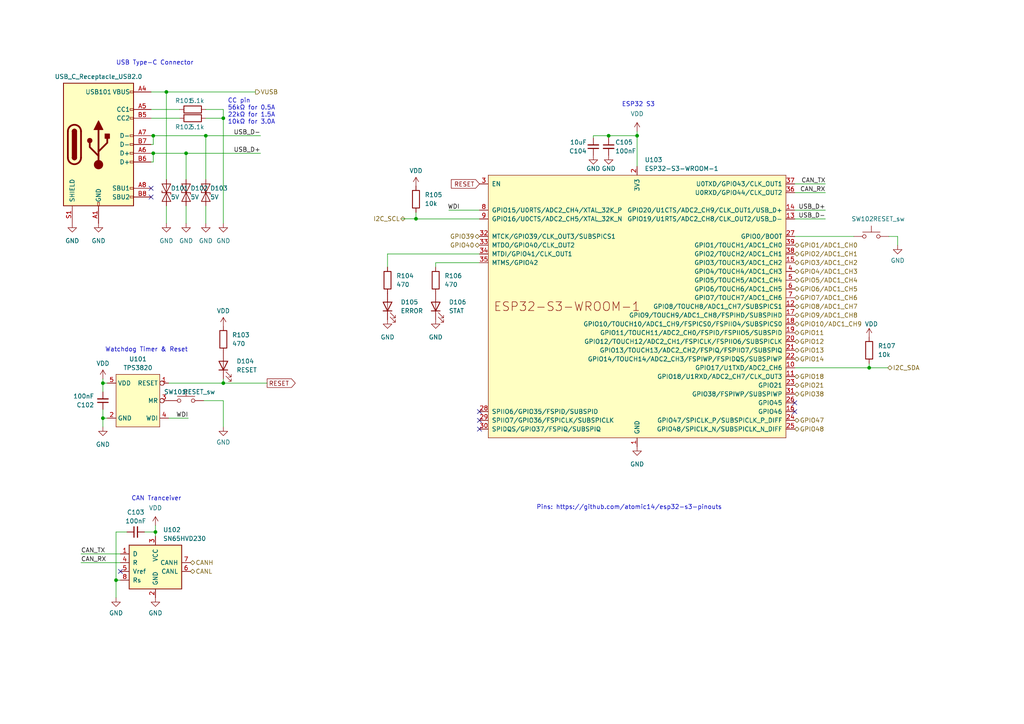
<source format=kicad_sch>
(kicad_sch (version 20231120) (generator "eeschema") (generator_version "8.0")
  (paper "A4")
  (lib_symbols
    (symbol "Connector:USB_C_Receptacle_USB2.0" (pin_names (offset 1.016))
      (property "Reference" "J" (at -10.16 19.05 0))
      (property "Value" "USB_C_Receptacle_USB2.0" (at 19.05 19.05 0))
      (symbol "USB_C_Receptacle_USB2.0_0_0"
        (rectangle (start -0.254 -17.78) (end 0.254 -16.764))
        (rectangle (start 10.16 -14.986) (end 9.144 -15.494))
        (rectangle (start 10.16 -12.446) (end 9.144 -12.954))
        (rectangle (start 10.16 -4.826) (end 9.144 -5.334))
        (rectangle (start 10.16 -2.286) (end 9.144 -2.794))
        (rectangle (start 10.16 0.254) (end 9.144 -0.254))
        (rectangle (start 10.16 2.794) (end 9.144 2.286))
        (rectangle (start 10.16 7.874) (end 9.144 7.366))
        (rectangle (start 10.16 10.414) (end 9.144 9.906))
        (rectangle (start 10.16 15.494) (end 9.144 14.986))
      )
      (symbol "USB_C_Receptacle_USB2.0_0_1"
        (rectangle (start -10.16 17.78) (end 10.16 -17.78) (stroke (width 0.254)) (fill (type background)))
        (arc (start -8.89 -3.81) (mid -6.985 -5.7067) (end -5.08 -3.81) (stroke (width 0.508)))
        (arc (start -7.62 -3.81) (mid -6.985 -4.4423) (end -6.35 -3.81) (stroke (width 0.254)))
        (arc (start -7.62 -3.81) (mid -6.985 -4.4423) (end -6.35 -3.81) (stroke (width 0.254)) (fill (type outline)))
        (rectangle (start -7.62 -3.81) (end -6.35 3.81) (stroke (width 0.254)) (fill (type outline)))
        (arc (start -6.35 3.81) (mid -6.985 4.4423) (end -7.62 3.81) (stroke (width 0.254)))
        (arc (start -6.35 3.81) (mid -6.985 4.4423) (end -7.62 3.81) (stroke (width 0.254)) (fill (type outline)))
        (arc (start -5.08 3.81) (mid -6.985 5.7067) (end -8.89 3.81) (stroke (width 0.508)))
        (circle (center -2.54 1.143) (radius 0.635) (stroke (width 0.254)) (fill (type outline)))
        (circle (center 0 -5.842) (radius 1.27) (fill (type outline)))
        (polyline (pts (xy -8.89 -3.81) (xy -8.89 3.81)) (stroke (width 0.508)))
        (polyline (pts (xy -5.08 3.81) (xy -5.08 -3.81)) (stroke (width 0.508)))
        (polyline (pts (xy 0 -5.842) (xy 0 4.318)) (stroke (width 0.508)))
        (polyline (pts (xy 0 -3.302) (xy -2.54 -0.762) (xy -2.54 0.508)) (stroke (width 0.508)))
        (polyline (pts (xy 0 -2.032) (xy 2.54 0.508) (xy 2.54 1.778)) (stroke (width 0.508)))
        (polyline (pts (xy -1.27 4.318) (xy 0 6.858) (xy 1.27 4.318) (xy -1.27 4.318)) (stroke (width 0.254)) (fill (type outline)))
        (rectangle (start 1.905 1.778) (end 3.175 3.048) (stroke (width 0.254)) (fill (type outline)))
      )
      (symbol "USB_C_Receptacle_USB2.0_1_1"
        (pin passive line (at 0 -22.86 90) (length 5.08) (name "GND") (number "A1"))
        (pin passive line (at 0 -22.86 90) (length 5.08) hide (name "GND") (number "A12"))
        (pin passive line (at 15.24 15.24 180) (length 5.08) (name "VBUS") (number "A4"))
        (pin bidirectional line (at 15.24 10.16 180) (length 5.08) (name "CC1") (number "A5"))
        (pin bidirectional line (at 15.24 -2.54 180) (length 5.08) (name "D+") (number "A6"))
        (pin bidirectional line (at 15.24 2.54 180) (length 5.08) (name "D-") (number "A7"))
        (pin bidirectional line (at 15.24 -12.7 180) (length 5.08) (name "SBU1") (number "A8"))
        (pin passive line (at 15.24 15.24 180) (length 5.08) hide (name "VBUS") (number "A9"))
        (pin passive line (at 0 -22.86 90) (length 5.08) hide (name "GND") (number "B1"))
        (pin passive line (at 0 -22.86 90) (length 5.08) hide (name "GND") (number "B12"))
        (pin passive line (at 15.24 15.24 180) (length 5.08) hide (name "VBUS") (number "B4"))
        (pin bidirectional line (at 15.24 7.62 180) (length 5.08) (name "CC2") (number "B5"))
        (pin bidirectional line (at 15.24 -5.08 180) (length 5.08) (name "D+") (number "B6"))
        (pin bidirectional line (at 15.24 0 180) (length 5.08) (name "D-") (number "B7"))
        (pin bidirectional line (at 15.24 -15.24 180) (length 5.08) (name "SBU2") (number "B8"))
        (pin passive line (at 15.24 15.24 180) (length 5.08) hide (name "VBUS") (number "B9"))
        (pin passive line (at -7.62 -22.86 90) (length 5.08) (name "SHIELD") (number "S1"))
      )
    )
    (symbol "Device:C_Small" (pin_numbers hide) (pin_names (offset 0.254) hide)
      (property "Reference" "C" (at 0.254 1.778 0))
      (property "Value" "C_Small" (at 0.254 -2.032 0))
      (symbol "C_Small_0_1"
        (polyline (pts (xy -1.524 -0.508) (xy 1.524 -0.508)) (stroke (width 0.3302)))
        (polyline (pts (xy -1.524 0.508) (xy 1.524 0.508)) (stroke (width 0.3048)))
      )
      (symbol "C_Small_1_1"
        (pin passive line (at 0 2.54 270) (length 2.032) (name "~") (number "1"))
        (pin passive line (at 0 -2.54 90) (length 2.032) (name "~") (number "2"))
      )
    )
    (symbol "Device:LED" (pin_numbers hide) (pin_names (offset 1.016) hide)
      (property "Reference" "D" (at 0 2.54 0))
      (property "Value" "LED" (at 0 -2.54 0))
      (symbol "LED_0_1"
        (polyline (pts (xy -1.27 -1.27) (xy -1.27 1.27)) (stroke (width 0.254)))
        (polyline (pts (xy -1.27 0) (xy 1.27 0)))
        (polyline (pts (xy 1.27 -1.27) (xy 1.27 1.27) (xy -1.27 0) (xy 1.27 -1.27)) (stroke (width 0.254)))
        (polyline (pts (xy -3.048 -0.762) (xy -4.572 -2.286) (xy -3.81 -2.286) (xy -4.572 -2.286) (xy -4.572 -1.524)))
        (polyline (pts (xy -1.778 -0.762) (xy -3.302 -2.286) (xy -2.54 -2.286) (xy -3.302 -2.286) (xy -3.302 -1.524)))
      )
      (symbol "LED_1_1"
        (pin passive line (at -3.81 0 0) (length 2.54) (name "K") (number "1"))
        (pin passive line (at 3.81 0 180) (length 2.54) (name "A") (number "2"))
      )
    )
    (symbol "Device:R" (pin_numbers hide) (pin_names (offset 0))
      (property "Reference" "R" (at 2.032 0 90))
      (property "Value" "R" (at 0 0 90))
      (symbol "R_0_1"
        (rectangle (start -1.016 -2.54) (end 1.016 2.54) (stroke (width 0.254)))
      )
      (symbol "R_1_1"
        (pin passive line (at 0 3.81 270) (length 1.27) (name "~") (number "1"))
        (pin passive line (at 0 -3.81 90) (length 1.27) (name "~") (number "2"))
      )
    )
    (symbol "Diode:ESD9B5.0ST5G" (pin_numbers hide) (pin_names (offset 1.016) hide)
      (property "Reference" "D" (at 0 2.54 0))
      (property "Value" "ESD9B5.0ST5G" (at 0 -2.54 0))
      (symbol "ESD9B5.0ST5G_0_1"
        (polyline (pts (xy 1.27 0) (xy -1.27 0)))
        (polyline (pts (xy -2.54 -1.27) (xy 0 0) (xy -2.54 1.27) (xy -2.54 -1.27)) (stroke (width 0.2032)))
        (polyline (pts (xy 0.508 1.27) (xy 0 1.27) (xy 0 -1.27) (xy -0.508 -1.27)) (stroke (width 0.2032)))
        (polyline (pts (xy 2.54 1.27) (xy 2.54 -1.27) (xy 0 0) (xy 2.54 1.27)) (stroke (width 0.2032)))
      )
      (symbol "ESD9B5.0ST5G_1_1"
        (pin passive line (at -3.81 0 0) (length 2.54) (name "A1") (number "1"))
        (pin passive line (at 3.81 0 180) (length 2.54) (name "A2") (number "2"))
      )
    )
    (symbol "Interface_CAN_LIN:SN65HVD230" (pin_names (offset 1.016))
      (property "Reference" "U" (at -2.54 10.16 0))
      (property "Value" "SN65HVD230" (at -2.54 7.62 0))
      (symbol "SN65HVD230_0_1"
        (rectangle (start -7.62 5.08) (end 7.62 -7.62) (stroke (width 0.254)) (fill (type background)))
      )
      (symbol "SN65HVD230_1_1"
        (pin input line (at -10.16 2.54 0) (length 2.54) (name "D") (number "1"))
        (pin power_in line (at 0 -10.16 90) (length 2.54) (name "GND") (number "2"))
        (pin power_in line (at 0 7.62 270) (length 2.54) (name "VCC") (number "3"))
        (pin output line (at -10.16 0 0) (length 2.54) (name "R") (number "4"))
        (pin output line (at -10.16 -2.54 0) (length 2.54) (name "Vref") (number "5"))
        (pin bidirectional line (at 10.16 -2.54 180) (length 2.54) (name "CANL") (number "6"))
        (pin bidirectional line (at 10.16 0 180) (length 2.54) (name "CANH") (number "7"))
        (pin input line (at -10.16 -5.08 0) (length 2.54) (name "Rs") (number "8"))
      )
    )
    (symbol "PCM_Espressif:ESP32-S3-WROOM-1" (pin_names (offset 1.016))
      (property "Reference" "U" (at -43.18 43.18 0))
      (property "Value" "ESP32-S3-WROOM-1" (at -43.18 40.64 0))
      (symbol "ESP32-S3-WROOM-1_0_0"
        (text "ESP32-S3-WROOM-1" (at -20.32 0 0) (effects (font (size 2.54 2.54))))
        (pin power_in line (at 0 -40.64 90) (length 2.54) (name "GND") (number "1"))
        (pin bidirectional line (at 45.72 -17.78 180) (length 2.54) (name "GPIO17/U1TXD/ADC2_CH6") (number "10"))
        (pin bidirectional line (at 45.72 -20.32 180) (length 2.54) (name "GPIO18/U1RXD/ADC2_CH7/CLK_OUT3") (number "11"))
        (pin bidirectional line (at 45.72 0 180) (length 2.54) (name "GPIO8/TOUCH8/ADC1_CH7/SUBSPICS1") (number "12"))
        (pin bidirectional line (at 45.72 25.4 180) (length 2.54) (name "GPIO19/U1RTS/ADC2_CH8/CLK_OUT2/USB_D-") (number "13"))
        (pin bidirectional line (at 45.72 27.94 180) (length 2.54) (name "GPIO20/U1CTS/ADC2_CH9/CLK_OUT1/USB_D+") (number "14"))
        (pin bidirectional line (at 45.72 12.7 180) (length 2.54) (name "GPIO3/TOUCH3/ADC1_CH2") (number "15"))
        (pin bidirectional line (at 45.72 -30.48 180) (length 2.54) (name "GPIO46") (number "16"))
        (pin bidirectional line (at 45.72 -2.54 180) (length 2.54) (name "GPIO9/TOUCH9/ADC1_CH8/FSPIHD/SUBSPIHD") (number "17"))
        (pin bidirectional line (at 45.72 -5.08 180) (length 2.54) (name "GPIO10/TOUCH10/ADC1_CH9/FSPICS0/FSPIIO4/SUBSPICS0") (number "18"))
        (pin bidirectional line (at 45.72 -7.62 180) (length 2.54) (name "GPIO11/TOUCH11/ADC2_CH0/FSPID/FSPIIO5/SUBSPID") (number "19"))
        (pin power_in line (at 0 40.64 270) (length 2.54) (name "3V3") (number "2"))
        (pin bidirectional line (at 45.72 -10.16 180) (length 2.54) (name "GPIO12/TOUCH12/ADC2_CH1/FSPICLK/FSPIIO6/SUBSPICLK") (number "20"))
        (pin bidirectional line (at 45.72 -12.7 180) (length 2.54) (name "GPIO13/TOUCH13/ADC2_CH2/FSPIQ/FSPIIO7/SUBSPIQ") (number "21"))
        (pin bidirectional line (at 45.72 -15.24 180) (length 2.54) (name "GPIO14/TOUCH14/ADC2_CH3/FSPIWP/FSPIDQS/SUBSPIWP") (number "22"))
        (pin bidirectional line (at 45.72 -22.86 180) (length 2.54) (name "GPIO21") (number "23"))
        (pin bidirectional line (at 45.72 -33.02 180) (length 2.54) (name "GPIO47/SPICLK_P/SUBSPICLK_P_DIFF") (number "24"))
        (pin bidirectional line (at 45.72 -35.56 180) (length 2.54) (name "GPIO48/SPICLK_N/SUBSPICLK_N_DIFF") (number "25"))
        (pin bidirectional line (at 45.72 -27.94 180) (length 2.54) (name "GPIO45") (number "26"))
        (pin bidirectional line (at 45.72 20.32 180) (length 2.54) (name "GPIO0/BOOT") (number "27"))
        (pin bidirectional line (at -45.72 -30.48 0) (length 2.54) (name "SPIIO6/GPIO35/FSPID/SUBSPID") (number "28"))
        (pin bidirectional line (at -45.72 -33.02 0) (length 2.54) (name "SPIIO7/GPIO36/FSPICLK/SUBSPICLK") (number "29"))
        (pin input line (at -45.72 35.56 0) (length 2.54) (name "EN") (number "3"))
        (pin bidirectional line (at -45.72 -35.56 0) (length 2.54) (name "SPIDQS/GPIO37/FSPIQ/SUBSPIQ") (number "30"))
        (pin bidirectional line (at 45.72 -25.4 180) (length 2.54) (name "GPIO38/FSPIWP/SUBSPIWP") (number "31"))
        (pin bidirectional line (at -45.72 20.32 0) (length 2.54) (name "MTCK/GPIO39/CLK_OUT3/SUBSPICS1") (number "32"))
        (pin bidirectional line (at -45.72 17.78 0) (length 2.54) (name "MTDO/GPIO40/CLK_OUT2") (number "33"))
        (pin bidirectional line (at -45.72 15.24 0) (length 2.54) (name "MTDI/GPIO41/CLK_OUT1") (number "34"))
        (pin bidirectional line (at -45.72 12.7 0) (length 2.54) (name "MTMS/GPIO42") (number "35"))
        (pin bidirectional line (at 45.72 33.02 180) (length 2.54) (name "U0RXD/GPIO44/CLK_OUT2") (number "36"))
        (pin bidirectional line (at 45.72 35.56 180) (length 2.54) (name "U0TXD/GPIO43/CLK_OUT1") (number "37"))
        (pin bidirectional line (at 45.72 15.24 180) (length 2.54) (name "GPIO2/TOUCH2/ADC1_CH1") (number "38"))
        (pin bidirectional line (at 45.72 17.78 180) (length 2.54) (name "GPIO1/TOUCH1/ADC1_CH0") (number "39"))
        (pin bidirectional line (at 45.72 10.16 180) (length 2.54) (name "GPIO4/TOUCH4/ADC1_CH3") (number "4"))
        (pin passive line (at 0 -40.64 90) (length 2.54) hide (name "GND") (number "40"))
        (pin passive line (at 0 -40.64 90) (length 2.54) hide (name "GND") (number "41"))
        (pin bidirectional line (at 45.72 7.62 180) (length 2.54) (name "GPIO5/TOUCH5/ADC1_CH4") (number "5"))
        (pin bidirectional line (at 45.72 5.08 180) (length 2.54) (name "GPIO6/TOUCH6/ADC1_CH5") (number "6"))
        (pin bidirectional line (at 45.72 2.54 180) (length 2.54) (name "GPIO7/TOUCH7/ADC1_CH6") (number "7"))
        (pin bidirectional line (at -45.72 27.94 0) (length 2.54) (name "GPIO15/U0RTS/ADC2_CH4/XTAL_32K_P") (number "8"))
        (pin bidirectional line (at -45.72 25.4 0) (length 2.54) (name "GPIO16/U0CTS/ADC2_CH5/XTAL_32K_N") (number "9"))
      )
      (symbol "ESP32-S3-WROOM-1_0_1"
        (rectangle (start -43.18 38.1) (end 43.18 -38.1) (fill (type background)))
      )
    )
    (symbol "Switch:SW_Push" (pin_numbers hide) (pin_names (offset 1.016) hide)
      (property "Reference" "SW" (at 1.27 2.54 0))
      (property "Value" "SW_Push" (at 0 -1.524 0))
      (symbol "SW_Push_0_1"
        (circle (center -2.032 0) (radius 0.508))
        (polyline (pts (xy 0 1.27) (xy 0 3.048)))
        (polyline (pts (xy 2.54 1.27) (xy -2.54 1.27)))
        (circle (center 2.032 0) (radius 0.508))
        (pin passive line (at -5.08 0 0) (length 2.54) (name "1") (number "1"))
        (pin passive line (at 5.08 0 180) (length 2.54) (name "2") (number "2"))
      )
    )
    (symbol "WOBCLibrary:TPS3820"
      (property "Reference" "U" (at 0 0 0))
      (property "Value" "TPS3820" (at 0 8.89 0))
      (symbol "TPS3820_1_1"
        (rectangle (start -6.35 7.62) (end 6.35 -7.62) (fill (type background)))
        (pin output inverted (at 8.89 5.08 180) (length 2.54) (name "RESET") (number "1"))
        (pin power_in line (at -8.89 -5.08 0) (length 2.54) (name "GND") (number "2"))
        (pin input inverted (at 8.89 0 180) (length 2.54) (name "MR") (number "3"))
        (pin input line (at 8.89 -5.08 180) (length 2.54) (name "WDI") (number "4"))
        (pin power_in line (at -8.89 5.08 0) (length 2.54) (name "VDD") (number "5"))
      )
    )
    (symbol "power:GND" (power) (pin_names (offset 0))
      (property "Value" "GND" (at 0 -3.81 0))
      (symbol "GND_0_1"
        (polyline (pts (xy 0 0) (xy 0 -1.27) (xy 1.27 -1.27) (xy 0 -2.54) (xy -1.27 -1.27) (xy 0 -1.27)))
      )
      (symbol "GND_1_1"
        (pin power_in line (at 0 0 270) (length 0) hide (name "GND") (number "1"))
      )
    )
    (symbol "power:VDD" (power) (pin_names (offset 0))
      (property "Value" "VDD" (at 0 3.81 0))
      (symbol "VDD_0_1"
        (polyline (pts (xy -0.762 1.27) (xy 0 2.54)))
        (polyline (pts (xy 0 0) (xy 0 2.54)))
        (polyline (pts (xy 0 2.54) (xy 0.762 1.27)))
      )
      (symbol "VDD_1_1"
        (pin power_in line (at 0 0 90) (length 0) hide (name "VDD") (number "1"))
      )
    )
  )
  (junction (at 45.085 154.305))
  (junction (at 176.53 39.37))
  (junction (at 59.69 39.37))
  (junction (at 44.45 44.45))
  (junction (at 29.845 111.125))
  (junction (at 53.975 44.45))
  (junction (at 29.845 121.285))
  (junction (at 252.095 106.675))
  (junction (at 120.65 63.4598))
  (junction (at 44.45 39.37))
  (junction (at 48.26 26.67))
  (junction (at 64.77 111.125))
  (junction (at 64.77 34.29))
  (junction (at 184.785 39.37))
  (junction (at 33.655 168.275))
  (no_connect (at 230.505 116.84))
  (no_connect (at 34.925 165.735))
  (no_connect (at 139.065 121.92))
  (no_connect (at 139.065 124.46))
  (no_connect (at 43.815 57.15))
  (no_connect (at 230.505 119.38))
  (no_connect (at 139.065 119.38))
  (no_connect (at 43.815 54.61))
  (wire (pts (xy 44.45 39.37) (xy 59.69 39.37)))
  (wire (pts (xy 112.395 73.66) (xy 112.395 77.47)))
  (wire (pts (xy 48.26 26.67) (xy 74.0972 26.67)))
  (wire (pts (xy 29.845 123.825) (xy 29.845 121.285)))
  (wire (pts (xy 23.495 163.195) (xy 34.925 163.195)))
  (wire (pts (xy 53.975 64.77) (xy 53.975 59.69)))
  (wire (pts (xy 43.815 39.37) (xy 44.45 39.37)))
  (wire (pts (xy 23.495 160.655) (xy 34.925 160.655)))
  (wire (pts (xy 33.655 168.275) (xy 34.925 168.275)))
  (wire (pts (xy 53.975 44.45) (xy 53.975 52.07)))
  (wire (pts (xy 43.815 46.99) (xy 44.45 46.99)))
  (wire (pts (xy 257.81 68.58) (xy 260.35 68.58)))
  (wire (pts (xy 59.69 64.77) (xy 59.69 59.69)))
  (wire (pts (xy 112.395 73.66) (xy 139.065 73.66)))
  (wire (pts (xy 252.095 106.68) (xy 230.505 106.68)))
  (wire (pts (xy 29.845 111.125) (xy 31.115 111.125)))
  (wire (pts (xy 41.91 154.305) (xy 45.085 154.305)))
  (wire (pts (xy 48.26 26.67) (xy 43.815 26.67)))
  (wire (pts (xy 44.45 41.91) (xy 44.45 39.37)))
  (wire (pts (xy 59.69 31.75) (xy 64.77 31.75)))
  (wire (pts (xy 75.565 44.45) (xy 53.975 44.45)))
  (wire (pts (xy 239.395 60.96) (xy 230.505 60.96)))
  (wire (pts (xy 59.055 116.205) (xy 64.77 116.205)))
  (wire (pts (xy 44.45 46.99) (xy 44.45 44.45)))
  (wire (pts (xy 126.365 77.47) (xy 126.365 76.2)))
  (wire (pts (xy 230.505 53.34) (xy 239.395 53.34)))
  (wire (pts (xy 52.07 31.75) (xy 43.815 31.75)))
  (wire (pts (xy 43.815 41.91) (xy 44.45 41.91)))
  (wire (pts (xy 64.77 111.125) (xy 48.895 111.125)))
  (wire (pts (xy 64.77 31.75) (xy 64.77 34.29)))
  (wire (pts (xy 33.655 168.275) (xy 33.655 154.305)))
  (wire (pts (xy 29.845 118.745) (xy 29.845 121.285)))
  (wire (pts (xy 45.085 154.305) (xy 45.085 155.575)))
  (wire (pts (xy 252.095 105.41) (xy 252.095 106.675)))
  (wire (pts (xy 252.095 106.675) (xy 252.095 106.68)))
  (wire (pts (xy 77.47 111.125) (xy 64.77 111.125)))
  (wire (pts (xy 59.69 34.29) (xy 64.77 34.29)))
  (wire (pts (xy 54.61 121.285) (xy 48.895 121.285)))
  (wire (pts (xy 45.085 152.4) (xy 45.085 154.305)))
  (wire (pts (xy 29.845 121.285) (xy 31.115 121.285)))
  (wire (pts (xy 239.395 55.88) (xy 230.505 55.88)))
  (wire (pts (xy 64.77 116.205) (xy 64.77 123.825)))
  (wire (pts (xy 239.395 63.5) (xy 230.505 63.5)))
  (wire (pts (xy 64.77 109.855) (xy 64.77 111.125)))
  (wire (pts (xy 120.65 63.4598) (xy 120.65 63.5)))
  (wire (pts (xy 126.365 76.2) (xy 139.065 76.2)))
  (wire (pts (xy 130.175 60.96) (xy 139.065 60.96)))
  (wire (pts (xy 247.65 68.58) (xy 230.505 68.58)))
  (wire (pts (xy 59.69 39.37) (xy 75.565 39.37)))
  (wire (pts (xy 120.65 63.5) (xy 139.065 63.5)))
  (wire (pts (xy 48.26 64.77) (xy 48.26 59.69)))
  (wire (pts (xy 59.69 39.37) (xy 59.69 52.07)))
  (wire (pts (xy 184.785 38.1) (xy 184.785 39.37)))
  (wire (pts (xy 260.35 68.58) (xy 260.35 71.12)))
  (wire (pts (xy 53.975 44.45) (xy 44.45 44.45)))
  (wire (pts (xy 184.785 39.37) (xy 184.785 48.26)))
  (wire (pts (xy 29.845 111.125) (xy 29.845 113.665)))
  (wire (pts (xy 257.4891 106.675) (xy 252.095 106.675)))
  (wire (pts (xy 33.655 173.355) (xy 33.655 168.275)))
  (wire (pts (xy 184.785 39.37) (xy 176.53 39.37)))
  (wire (pts (xy 120.65 61.595) (xy 120.65 63.4598)))
  (wire (pts (xy 64.77 34.29) (xy 64.77 64.77)))
  (wire (pts (xy 29.845 109.855) (xy 29.845 111.125)))
  (wire (pts (xy 33.655 154.305) (xy 36.83 154.305)))
  (wire (pts (xy 172.085 40.005) (xy 172.085 39.37)))
  (wire (pts (xy 172.085 39.37) (xy 176.53 39.37)))
  (wire (pts (xy 176.53 39.37) (xy 176.53 40.005)))
  (wire (pts (xy 48.26 26.67) (xy 48.26 52.07)))
  (wire (pts (xy 116.5652 63.4598) (xy 120.65 63.4598)))
  (wire (pts (xy 44.45 44.45) (xy 43.815 44.45)))
  (wire (pts (xy 52.07 34.29) (xy 43.815 34.29)))
  (text "ESP32 S3" (at 180.34 31.115 0) (effects (font (size 1.27 1.27)) (justify left bottom)))
  (text "Watchdog Timer & Reset" (at 30.48 102.235 0) (effects (font (size 1.27 1.27)) (justify left bottom)))
  (text "CAN Tranceiver" (at 38.1 145.415 0) (effects (font (size 1.27 1.27)) (justify left bottom)))
  (text "Pins: https://github.com/atomic14/esp32-s3-pinouts" (at 155.575 147.955 0) (effects (font (size 1.27 1.27)) (justify left bottom)))
  (text "USB Type-C Connector" (at 33.655 19.05 0) (effects (font (size 1.27 1.27)) (justify left bottom)))
  (text "CC pin\n56kΩ for 0.5A\n22kΩ for 1.5A\n10kΩ for 3.0A" (at 66.04 36.195 0) (effects (font (size 1.27 1.27)) (justify left bottom)))
  (label "CAN_TX" (at 23.495 160.655 0))
  (label "USB_D-" (at 75.565 39.37 180))
  (label "CAN_TX" (at 232.41 53.34 0))
  (label "CAN_RX" (at 239.395 55.88 180))
  (label "USB_D+" (at 75.565 44.45 180))
  (label "WDI" (at 54.61 121.285 180))
  (label "USB_D-" (at 239.395 63.5 180))
  (label "USB_D+" (at 239.395 60.96 180))
  (label "CAN_RX" (at 23.495 163.195 0))
  (label "WDI" (at 133.35 60.96 180))
  (global_label "RESET" (shape output) (at 77.47 111.125 0) (property "Intersheetrefs" "${INTERSHEET_REFS}" (effects (hide yes))))
  (global_label "RESET" (shape input) (at 139.065 53.34 180) (property "Intersheetrefs" "${INTERSHEET_REFS}" (effects (hide yes))))
  (hierarchical_label "GPIO48" (shape bidirectional) (at 230.505 124.46 0))
  (hierarchical_label "GPIO18" (shape bidirectional) (at 230.505 109.22 0))
  (hierarchical_label "GPIO40" (shape bidirectional) (at 139.065 71.12 180))
  (hierarchical_label "GPIO13" (shape bidirectional) (at 230.505 101.6 0))
  (hierarchical_label "GPIO21" (shape bidirectional) (at 230.505 111.76 0))
  (hierarchical_label "GPIO12" (shape bidirectional) (at 230.505 99.06 0))
  (hierarchical_label "I2C_SDA" (shape bidirectional) (at 257.4891 106.675 0))
  (hierarchical_label "GPIO3{slash}ADC1_CH2" (shape bidirectional) (at 230.505 76.2 0))
  (hierarchical_label "GPIO8{slash}ADC1_CH7" (shape bidirectional) (at 230.505 88.9 0))
  (hierarchical_label "GPIO9{slash}ADC1_CH8" (shape bidirectional) (at 230.505 91.44 0))
  (hierarchical_label "GPIO2{slash}ADC1_CH1" (shape bidirectional) (at 230.505 73.66 0))
  (hierarchical_label "GPIO47" (shape bidirectional) (at 230.505 121.92 0))
  (hierarchical_label "CANL" (shape bidirectional) (at 55.245 165.735 0))
  (hierarchical_label "GPIO5{slash}ADC1_CH4" (shape bidirectional) (at 230.505 81.28 0))
  (hierarchical_label "CANH" (shape bidirectional) (at 55.245 163.195 0))
  (hierarchical_label "GPIO14" (shape bidirectional) (at 230.505 104.14 0))
  (hierarchical_label "GPIO4{slash}ADC1_CH3" (shape bidirectional) (at 230.505 78.74 0))
  (hierarchical_label "GPIO38" (shape bidirectional) (at 230.505 114.3 0))
  (hierarchical_label "I2C_SCL" (shape bidirectional) (at 117.475 63.4598 180))
  (hierarchical_label "GPIO1{slash}ADC1_CH0" (shape bidirectional) (at 230.505 71.12 0))
  (hierarchical_label "GPIO6{slash}ADC1_CH5" (shape bidirectional) (at 230.505 83.82 0))
  (hierarchical_label "GPIO10{slash}ADC1_CH9" (shape bidirectional) (at 230.505 93.98 0))
  (hierarchical_label "VUSB" (shape output) (at 74.0972 26.67 0))
  (hierarchical_label "GPIO39" (shape bidirectional) (at 139.065 68.58 180))
  (hierarchical_label "GPIO7{slash}ADC1_CH6" (shape bidirectional) (at 230.505 86.36 0))
  (hierarchical_label "GPIO11" (shape bidirectional) (at 230.505 96.52 0))
  (symbol (lib_id "power:GND") (at 29.845 123.825 0) (unit 1)
    (property "Reference" "#PWR0107" (effects (hide yes)))
    (property "Value" "GND" (at 29.845 128.905 0))
    (instances (project "GS" (path "" (reference "#PWR0107") (unit 1))) (project "MissionOrderFile" (path "" (reference "#PWR01007") (unit 1))))
  )
  (symbol (lib_id "power:VDD") (at 45.085 152.4 0) (unit 1)
    (property "Reference" "#PWR0109" (effects (hide yes)))
    (property "Value" "VDD" (at 45.085 147.32 0))
    (instances (project "GS" (path "" (reference "#PWR0109") (unit 1))) (project "MissionOrderFile" (path "" (reference "#PWR01009") (unit 1))))
  )
  (symbol (lib_id "power:VDD") (at 64.77 94.615 0) (unit 1)
    (property "Reference" "#PWR0115" (effects (hide yes)))
    (property "Value" "VDD" (at 64.77 90.17 0))
    (instances (project "GS" (path "" (reference "#PWR0115") (unit 1))) (project "MissionOrderFile" (path "" (reference "#PWR01015") (unit 1))))
  )
  (symbol (lib_id "PCM_Espressif:ESP32-S3-WROOM-1") (at 184.785 88.9 0) (unit 1)
    (property "Reference" "U103" (at 186.9791 46.355 0) (effects (justify left)))
    (property "Value" "ESP32-S3-WROOM-1" (at 186.9791 48.895 0) (effects (justify left)))
    (property "Footprint" "RF_Module:ESP32-S3-WROOM-1" (effects (hide yes)))
    (property "Datasheet" "https://www.espressif.com/sites/default/files/documentation/esp32-s3-wroom-1_wroom-1u_datasheet_en.pdf" (effects (hide yes)))
    (instances (project "GS" (path "" (reference "U103") (unit 1))) (project "MissionOrderFile" (path "" (reference "U1003") (unit 1))))
  )
  (symbol (lib_id "power:GND") (at 176.53 45.085 0) (unit 1)
    (property "Reference" "#PWR0121" (effects (hide yes)))
    (property "Value" "GND" (at 176.53 48.895 0))
    (instances (project "GS" (path "" (reference "#PWR0121") (unit 1))) (project "MissionOrderFile" (path "" (reference "#PWR01021") (unit 1))))
  )
  (symbol (lib_id "power:GND") (at 184.785 129.54 0) (unit 1)
    (property "Reference" "#PWR0123" (effects (hide yes)))
    (property "Value" "GND" (at 184.785 134.62 0))
    (instances (project "GS" (path "" (reference "#PWR0123") (unit 1))) (project "MissionOrderFile" (path "" (reference "#PWR01023") (unit 1))))
  )
  (symbol (lib_id "power:GND") (at 33.655 173.355 0) (unit 1)
    (property "Reference" "#PWR0108" (effects (hide yes)))
    (property "Value" "GND" (at 33.655 177.8 0))
    (instances (project "GS" (path "" (reference "#PWR0108") (unit 1))) (project "MissionOrderFile" (path "" (reference "#PWR01008") (unit 1))))
  )
  (symbol (lib_id "Device:R") (at 55.88 31.75 90) (unit 1)
    (property "Reference" "R101" (at 53.34 29.21 90))
    (property "Value" "5.1k" (at 57.15 29.21 90))
    (property "Footprint" "Resistor_SMD:R_0402_1005Metric" (effects (hide yes)))
    (property "LCSC" "C25768" (effects (hide yes)))
    (instances (project "GS" (path "" (reference "R101") (unit 1))) (project "MissionOrderFile" (path "" (reference "R1001") (unit 1))))
  )
  (symbol (lib_id "Device:R") (at 126.365 81.28 0) (unit 1)
    (property "Reference" "R106" (at 128.905 80.01 0) (effects (justify left)))
    (property "Value" "470" (at 128.905 82.55 0) (effects (justify left)))
    (property "Footprint" "Resistor_SMD:R_0402_1005Metric" (effects (hide yes)))
    (property "LCSC" "C25117" (effects (hide yes)))
    (instances (project "GS" (path "" (reference "R106") (unit 1))) (project "MissionOrderFile" (path "" (reference "R1006") (unit 1))))
  )
  (symbol (lib_id "Device:C_Small") (at 172.085 42.545 180) (unit 1)
    (property "Reference" "C104" (at 170.18 43.815 0) (effects (justify left)))
    (property "Value" "10uF" (at 170.18 41.275 0) (effects (justify left)))
    (property "Footprint" "Capacitor_SMD:C_0603_1608Metric" (effects (hide yes)))
    (property "LCSC" "C96446" (effects (hide yes)))
    (instances (project "GS" (path "" (reference "C104") (unit 1))) (project "MissionOrderFile" (path "" (reference "C1004") (unit 1))))
  )
  (symbol (lib_id "power:VDD") (at 184.785 38.1 0) (unit 1)
    (property "Reference" "#PWR0122" (effects (hide yes)))
    (property "Value" "VDD" (at 184.785 33.02 0))
    (instances (project "GS" (path "" (reference "#PWR0122") (unit 1))) (project "MissionOrderFile" (path "" (reference "#PWR01022") (unit 1))))
  )
  (symbol (lib_id "power:VDD") (at 252.095 97.79 0) (unit 1)
    (property "Reference" "#PWR0124" (effects (hide yes)))
    (property "Value" "VDD" (at 252.73 93.98 0))
    (instances (project "GS" (path "" (reference "#PWR0124") (unit 1))) (project "MissionOrderFile" (path "" (reference "#PWR01024") (unit 1))))
  )
  (symbol (lib_id "Device:R") (at 112.395 81.28 0) (unit 1)
    (property "Reference" "R104" (at 114.935 80.01 0) (effects (justify left)))
    (property "Value" "470" (at 114.935 82.55 0) (effects (justify left)))
    (property "Footprint" "Resistor_SMD:R_0402_1005Metric" (effects (hide yes)))
    (property "LCSC" "C25117" (effects (hide yes)))
    (instances (project "GS" (path "" (reference "R104") (unit 1))) (project "MissionOrderFile" (path "" (reference "R1004") (unit 1))))
  )
  (symbol (lib_id "power:GND") (at 64.77 123.825 0) (unit 1)
    (property "Reference" "#PWR0116" (effects (hide yes)))
    (property "Value" "GND" (at 64.77 128.27 0))
    (instances (project "GS" (path "" (reference "#PWR0116") (unit 1))) (project "MissionOrderFile" (path "" (reference "#PWR01016") (unit 1))))
  )
  (symbol (lib_id "WOBCLibrary:TPS3820") (at 40.005 116.205 0) (unit 1)
    (property "Reference" "U101" (at 40.005 104.14 0))
    (property "Value" "TPS3820" (at 40.005 106.68 0))
    (property "Footprint" "Package_TO_SOT_SMD:SOT-23-5" (effects (hide yes)))
    (property "LCSC" " C7719" (effects (hide yes)))
    (instances (project "GS" (path "" (reference "U101") (unit 1))) (project "MissionOrderFile" (path "" (reference "U1001") (unit 1))))
  )
  (symbol (lib_id "Device:C_Small") (at 176.53 42.545 0) (unit 1)
    (property "Reference" "C105" (at 178.435 41.275 0) (effects (justify left)))
    (property "Value" "100nF" (at 178.435 43.815 0) (effects (justify left)))
    (property "Footprint" "Capacitor_SMD:C_0402_1005Metric" (effects (hide yes)))
    (property "LCSC" "C1525" (effects (hide yes)))
    (instances (project "GS" (path "" (reference "C105") (unit 1))) (project "MissionOrderFile" (path "" (reference "C1005") (unit 1))))
  )
  (symbol (lib_id "power:GND") (at 59.69 64.77 0) (unit 1)
    (property "Reference" "#PWR0113" (effects (hide yes)))
    (property "Value" "GND" (at 59.69 69.85 0))
    (instances (project "GS" (path "" (reference "#PWR0113") (unit 1))) (project "MissionOrderFile" (path "" (reference "#PWR01013") (unit 1))))
  )
  (symbol (lib_id "Device:LED") (at 112.395 88.9 90) (unit 1)
    (property "Reference" "D105" (at 116.205 87.63 90) (effects (justify right)))
    (property "Value" "ERROR" (at 116.205 90.17 90) (effects (justify right)))
    (property "Footprint" "LED_SMD:LED_0805_2012Metric" (effects (hide yes)))
    (property "LCSC" " C84256" (effects (hide yes)))
    (instances (project "GS" (path "" (reference "D105") (unit 1))) (project "MissionOrderFile" (path "" (reference "D1005") (unit 1))))
  )
  (symbol (lib_id "Device:R") (at 252.095 101.6 0) (unit 1)
    (property "Reference" "R107" (at 254.635 100.33 0) (effects (justify left)))
    (property "Value" "10k" (at 254.635 102.87 0) (effects (justify left)))
    (property "Footprint" "Resistor_SMD:R_0402_1005Metric" (effects (hide yes)))
    (property "LCSC" "C25744" (effects (hide yes)))
    (instances (project "GS" (path "" (reference "R107") (unit 1))) (project "MissionOrderFile" (path "" (reference "R1007") (unit 1))))
  )
  (symbol (lib_id "Switch:SW_Push") (at 252.73 68.58 0) (unit 1)
    (property "Reference" "SW102" (at 250.19 63.5 0))
    (property "Value" "RESET_sw" (at 257.81 63.5 0))
    (property "Footprint" "WOBCLibrary:TVAF06-A020B-R" (effects (hide yes)))
    (instances (project "GS" (path "" (reference "SW102") (unit 1))) (project "MissionOrderFile" (path "" (reference "SW1002") (unit 1))))
  )
  (symbol (lib_id "power:GND") (at 53.975 64.77 0) (unit 1)
    (property "Reference" "#PWR0112" (effects (hide yes)))
    (property "Value" "GND" (at 53.975 69.85 0))
    (instances (project "GS" (path "" (reference "#PWR0112") (unit 1))) (project "MissionOrderFile" (path "" (reference "#PWR01012") (unit 1))))
  )
  (symbol (lib_id "Device:R") (at 64.77 98.425 0) (unit 1)
    (property "Reference" "R103" (at 67.31 97.155 0) (effects (justify left)))
    (property "Value" "470" (at 67.31 99.695 0) (effects (justify left)))
    (property "Footprint" "Resistor_SMD:R_0402_1005Metric" (effects (hide yes)))
    (property "LCSC" "C25117" (effects (hide yes)))
    (instances (project "GS" (path "" (reference "R103") (unit 1))) (project "MissionOrderFile" (path "" (reference "R1003") (unit 1))))
  )
  (symbol (lib_id "power:GND") (at 172.085 45.085 0) (unit 1)
    (property "Reference" "#PWR0120" (effects (hide yes)))
    (property "Value" "GND" (at 172.085 48.895 0))
    (instances (project "GS" (path "" (reference "#PWR0120") (unit 1))) (project "MissionOrderFile" (path "" (reference "#PWR01020") (unit 1))))
  )
  (symbol (lib_id "power:GND") (at 48.26 64.77 0) (unit 1)
    (property "Reference" "#PWR0111" (effects (hide yes)))
    (property "Value" "GND" (at 48.26 69.85 0))
    (instances (project "GS" (path "" (reference "#PWR0111") (unit 1))) (project "MissionOrderFile" (path "" (reference "#PWR01011") (unit 1))))
  )
  (symbol (lib_id "Device:R") (at 120.65 57.785 0) (unit 1)
    (property "Reference" "R105" (at 123.19 56.515 0) (effects (justify left)))
    (property "Value" "10k" (at 123.19 59.055 0) (effects (justify left)))
    (property "Footprint" "Resistor_SMD:R_0402_1005Metric" (effects (hide yes)))
    (property "LCSC" "C25744" (effects (hide yes)))
    (instances (project "GS" (path "" (reference "R105") (unit 1))) (project "MissionOrderFile" (path "" (reference "R1005") (unit 1))))
  )
  (symbol (lib_id "power:GND") (at 126.365 92.71 0) (unit 1)
    (property "Reference" "#PWR0119" (effects (hide yes)))
    (property "Value" "GND" (at 126.365 97.79 0))
    (instances (project "GS" (path "" (reference "#PWR0119") (unit 1))) (project "MissionOrderFile" (path "" (reference "#PWR01019") (unit 1))))
  )
  (symbol (lib_id "power:GND") (at 28.575 64.77 0) (unit 1)
    (property "Reference" "#PWR0105" (effects (hide yes)))
    (property "Value" "GND" (at 28.575 69.85 0))
    (instances (project "GS" (path "" (reference "#PWR0105") (unit 1))) (project "MissionOrderFile" (path "" (reference "#PWR01005") (unit 1))))
  )
  (symbol (lib_id "power:GND") (at 20.955 64.77 0) (unit 1)
    (property "Reference" "#PWR0104" (effects (hide yes)))
    (property "Value" "GND" (at 20.955 69.85 0))
    (instances (project "GS" (path "" (reference "#PWR0104") (unit 1))) (project "MissionOrderFile" (path "" (reference "#PWR01004") (unit 1))))
  )
  (symbol (lib_id "Device:R") (at 55.88 34.29 90) (unit 1)
    (property "Reference" "R102" (at 53.34 36.83 90))
    (property "Value" "5.1k" (at 57.15 36.83 90))
    (property "Footprint" "Resistor_SMD:R_0402_1005Metric" (effects (hide yes)))
    (property "LCSC" "C25768" (effects (hide yes)))
    (instances (project "GS" (path "" (reference "R102") (unit 1))) (project "MissionOrderFile" (path "" (reference "R1002") (unit 1))))
  )
  (symbol (lib_id "Diode:ESD9B5.0ST5G") (at 53.975 55.88 90) (unit 1)
    (property "Reference" "D102" (at 55.245 54.61 90) (effects (justify right)))
    (property "Value" "5V" (at 55.245 57.15 90) (effects (justify right)))
    (property "Footprint" "Diode_SMD:D_SOD-882" (effects (hide yes)))
    (property "Datasheet" "https://www.onsemi.com/pub/Collateral/ESD9B-D.PDF" (effects (hide yes)))
    (property "LCSC" "C7420372" (effects (hide yes)))
    (instances (project "GS" (path "" (reference "D102") (unit 1))) (project "MissionOrderFile" (path "" (reference "D1002") (unit 1))))
  )
  (symbol (lib_id "Device:C_Small") (at 29.845 116.205 180) (unit 1)
    (property "Reference" "C102" (at 27.305 117.4687 0) (effects (justify left)))
    (property "Value" "100nF" (at 27.305 114.9287 0) (effects (justify left)))
    (property "Footprint" "Capacitor_SMD:C_0402_1005Metric" (effects (hide yes)))
    (property "LCSC" "C1525" (effects (hide yes)))
    (instances (project "GS" (path "" (reference "C102") (unit 1))) (project "MissionOrderFile" (path "" (reference "C1002") (unit 1))))
  )
  (symbol (lib_id "Switch:SW_Push") (at 53.975 116.205 0) (unit 1)
    (property "Reference" "SW101" (at 50.8 113.665 0))
    (property "Value" "RESET_sw" (at 57.785 113.665 0))
    (property "Footprint" "WOBCLibrary:TVAF06-A020B-R" (effects (hide yes)))
    (instances (project "GS" (path "" (reference "SW101") (unit 1))) (project "MissionOrderFile" (path "" (reference "SW1001") (unit 1))))
  )
  (symbol (lib_id "Interface_CAN_LIN:SN65HVD230") (at 45.085 163.195 0) (unit 1)
    (property "Reference" "U102" (at 47.2791 153.67 0) (effects (justify left)))
    (property "Value" "SN65HVD230" (at 47.2791 156.21 0) (effects (justify left)))
    (property "Footprint" "Package_SO:SOIC-8_3.9x4.9mm_P1.27mm" (effects (hide yes)))
    (property "Datasheet" "http://www.ti.com/lit/ds/symlink/sn65hvd230.pdf" (effects (hide yes)))
    (property "LCSC" "C12084" (effects (hide yes)))
    (instances (project "GS" (path "" (reference "U102") (unit 1))) (project "MissionOrderFile" (path "" (reference "U1002") (unit 1))))
  )
  (symbol (lib_id "Device:LED") (at 126.365 88.9 90) (unit 1)
    (property "Reference" "D106" (at 130.175 87.63 90) (effects (justify right)))
    (property "Value" "STAT" (at 130.175 90.17 90) (effects (justify right)))
    (property "Footprint" "LED_SMD:LED_0805_2012Metric" (effects (hide yes)))
    (property "LCSC" "C2297" (effects (hide yes)))
    (instances (project "GS" (path "" (reference "D106") (unit 1))) (project "MissionOrderFile" (path "" (reference "D1006") (unit 1))))
  )
  (symbol (lib_id "Connector:USB_C_Receptacle_USB2.0") (at 28.575 41.91 0) (unit 1)
    (property "Reference" "USB101" (at 28.575 26.67 0))
    (property "Value" "USB_C_Receptacle_USB2.0" (at 28.575 22.225 0))
    (property "Footprint" "WOBCLibrary:USB_C_TYPEC-301S-ACP16X7" (effects (hide yes)))
    (property "Datasheet" "https://www.usb.org/sites/default/files/documents/usb_type-c.zip" (effects (hide yes)))
    (property "LCSC" " C2856766" (effects (hide yes)))
    (instances (project "GS" (path "" (reference "USB101") (unit 1))) (project "MissionOrderFile" (path "" (reference "USB1001") (unit 1))))
  )
  (symbol (lib_id "Diode:ESD9B5.0ST5G") (at 48.26 55.88 90) (unit 1)
    (property "Reference" "D101" (at 49.53 54.61 90) (effects (justify right)))
    (property "Value" "5V" (at 49.53 57.15 90) (effects (justify right)))
    (property "Footprint" "Diode_SMD:D_SOD-882" (effects (hide yes)))
    (property "Datasheet" "https://www.onsemi.com/pub/Collateral/ESD9B-D.PDF" (effects (hide yes)))
    (property "LCSC" "C7420372" (effects (hide yes)))
    (instances (project "GS" (path "" (reference "D101") (unit 1))) (project "MissionOrderFile" (path "" (reference "D1001") (unit 1))))
  )
  (symbol (lib_id "power:GND") (at 45.085 173.355 0) (unit 1)
    (property "Reference" "#PWR0110" (effects (hide yes)))
    (property "Value" "GND" (at 45.085 177.8 0))
    (instances (project "GS" (path "" (reference "#PWR0110") (unit 1))) (project "MissionOrderFile" (path "" (reference "#PWR01010") (unit 1))))
  )
  (symbol (lib_id "power:VDD") (at 29.845 109.855 0) (unit 1)
    (property "Reference" "#PWR0106" (effects (hide yes)))
    (property "Value" "VDD" (at 29.845 105.41 0))
    (instances (project "GS" (path "" (reference "#PWR0106") (unit 1))) (project "MissionOrderFile" (path "" (reference "#PWR01006") (unit 1))))
  )
  (symbol (lib_id "Diode:ESD9B5.0ST5G") (at 59.69 55.88 90) (unit 1)
    (property "Reference" "D103" (at 60.96 54.61 90) (effects (justify right)))
    (property "Value" "5V" (at 60.96 57.15 90) (effects (justify right)))
    (property "Footprint" "Diode_SMD:D_SOD-882" (effects (hide yes)))
    (property "Datasheet" "https://www.onsemi.com/pub/Collateral/ESD9B-D.PDF" (effects (hide yes)))
    (property "LCSC" "C7420372" (effects (hide yes)))
    (instances (project "GS" (path "" (reference "D103") (unit 1))) (project "MissionOrderFile" (path "" (reference "D1003") (unit 1))))
  )
  (symbol (lib_id "Device:LED") (at 64.77 106.045 90) (unit 1)
    (property "Reference" "D104" (at 68.58 104.775 90) (effects (justify right)))
    (property "Value" "RESET" (at 68.58 107.315 90) (effects (justify right)))
    (property "Footprint" "LED_SMD:LED_0805_2012Metric" (effects (hide yes)))
    (property "LCSC" "C2296" (effects (hide yes)))
    (instances (project "GS" (path "" (reference "D104") (unit 1))) (project "MissionOrderFile" (path "" (reference "D1004") (unit 1))))
  )
  (symbol (lib_id "power:GND") (at 260.35 71.12 0) (unit 1)
    (property "Reference" "#PWR0125" (effects (hide yes)))
    (property "Value" "GND" (at 260.35 75.565 0))
    (instances (project "GS" (path "" (reference "#PWR0125") (unit 1))) (project "MissionOrderFile" (path "" (reference "#PWR01025") (unit 1))))
  )
  (symbol (lib_id "power:GND") (at 112.395 92.71 0) (unit 1)
    (property "Reference" "#PWR0117" (effects (hide yes)))
    (property "Value" "GND" (at 112.395 97.79 0))
    (instances (project "GS" (path "" (reference "#PWR0117") (unit 1))) (project "MissionOrderFile" (path "" (reference "#PWR01017") (unit 1))))
  )
  (symbol (lib_id "power:GND") (at 64.77 64.77 0) (unit 1)
    (property "Reference" "#PWR0114" (effects (hide yes)))
    (property "Value" "GND" (at 64.77 69.85 0))
    (instances (project "GS" (path "" (reference "#PWR0114") (unit 1))) (project "MissionOrderFile" (path "" (reference "#PWR01014") (unit 1))))
  )
  (symbol (lib_id "Device:C_Small") (at 39.37 154.305 90) (unit 1)
    (property "Reference" "C103" (at 39.37 148.59 90))
    (property "Value" "100nF" (at 39.37 151.13 90))
    (property "Footprint" "Capacitor_SMD:C_0402_1005Metric" (effects (hide yes)))
    (property "LCSC" "C1525" (effects (hide yes)))
    (instances (project "GS" (path "" (reference "C103") (unit 1))) (project "MissionOrderFile" (path "" (reference "C1003") (unit 1))))
  )
  (symbol (lib_id "power:VDD") (at 120.65 53.975 0) (unit 1)
    (property "Reference" "#PWR0118" (effects (hide yes)))
    (property "Value" "VDD" (at 120.65 49.53 0))
    (instances (project "GS" (path "" (reference "#PWR0118") (unit 1))) (project "MissionOrderFile" (path "" (reference "#PWR01018") (unit 1))))
  )
)
</source>
